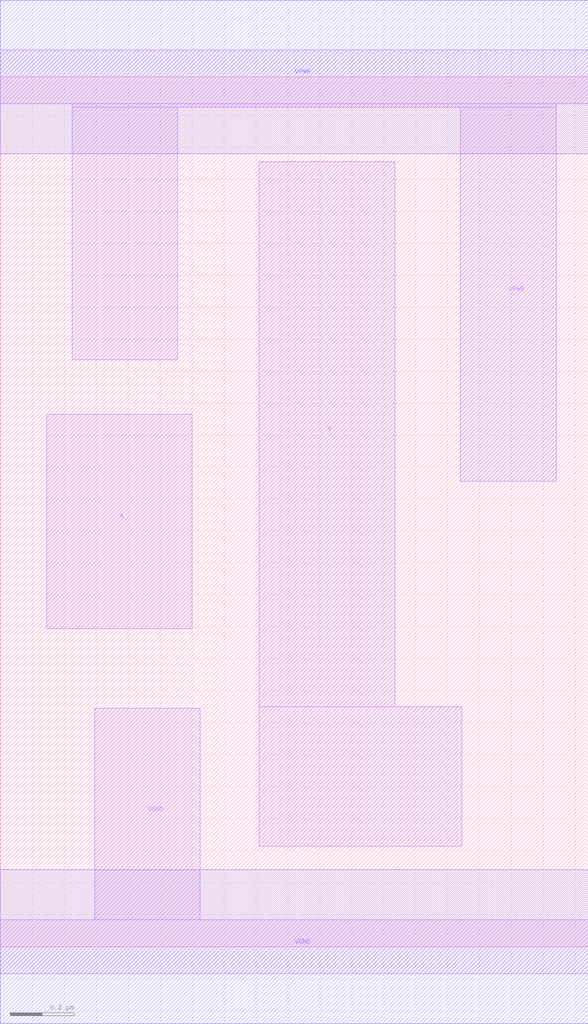
<source format=lef>
# Copyright 2020 The SkyWater PDK Authors
#
# Licensed under the Apache License, Version 2.0 (the "License");
# you may not use this file except in compliance with the License.
# You may obtain a copy of the License at
#
#     https://www.apache.org/licenses/LICENSE-2.0
#
# Unless required by applicable law or agreed to in writing, software
# distributed under the License is distributed on an "AS IS" BASIS,
# WITHOUT WARRANTIES OR CONDITIONS OF ANY KIND, either express or implied.
# See the License for the specific language governing permissions and
# limitations under the License.
#
# SPDX-License-Identifier: Apache-2.0

VERSION 5.5 ;
NAMESCASESENSITIVE ON ;
BUSBITCHARS "[]" ;
DIVIDERCHAR "/" ;
MACRO sky130_fd_sc_hd__clkinvlp_2
  CLASS CORE ;
  SOURCE USER ;
  ORIGIN  0.000000  0.000000 ;
  SIZE  1.840000 BY  2.720000 ;
  SYMMETRY X Y R90 ;
  SITE unithd ;
  PIN A
    ANTENNAGATEAREA  0.665000 ;
    DIRECTION INPUT ;
    USE SIGNAL ;
    PORT
      LAYER li1 ;
        RECT 0.145000 0.995000 0.600000 1.665000 ;
    END
  END A
  PIN Y
    ANTENNADIFFAREA  0.436750 ;
    DIRECTION OUTPUT ;
    USE SIGNAL ;
    PORT
      LAYER li1 ;
        RECT 0.810000 0.315000 1.445000 0.750000 ;
        RECT 0.810000 0.750000 1.235000 2.455000 ;
    END
  END Y
  PIN VGND
    DIRECTION INOUT ;
    SHAPE ABUTMENT ;
    USE GROUND ;
    PORT
      LAYER li1 ;
        RECT 0.000000 -0.085000 1.840000 0.085000 ;
        RECT 0.295000  0.085000 0.625000 0.745000 ;
    END
    PORT
      LAYER met1 ;
        RECT 0.000000 -0.240000 1.840000 0.240000 ;
    END
  END VGND
  PIN VPWR
    DIRECTION INOUT ;
    SHAPE ABUTMENT ;
    USE POWER ;
    PORT
      LAYER li1 ;
        RECT 0.000000 2.635000 1.840000 2.805000 ;
        RECT 0.225000 1.835000 0.555000 2.625000 ;
        RECT 0.225000 2.625000 1.740000 2.635000 ;
        RECT 1.440000 1.455000 1.740000 2.625000 ;
    END
    PORT
      LAYER met1 ;
        RECT 0.000000 2.480000 1.840000 2.960000 ;
    END
  END VPWR
  OBS
  END
END sky130_fd_sc_hd__clkinvlp_2
END LIBRARY

</source>
